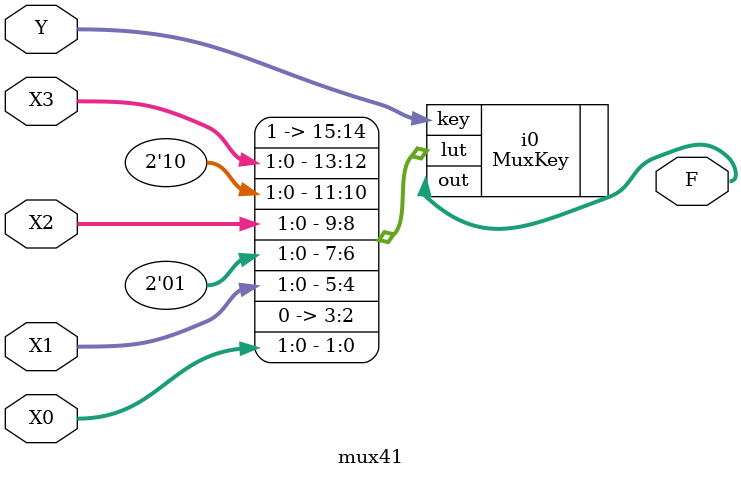
<source format=v>
module mux41(
    input [1:0] X0,
    input [1:0] X1,
    input [1:0] X2,
    input [1:0] X3,
    input [1:0] Y,

    output [1:0] F

);
MuxKey #(4, 2, 2) i0 (
    .out(F),
    .key(Y),
    .lut({2'b11,X3,2'b10,X2, 2'b01,X1, 2'b00,X0})
);

endmodule



</source>
